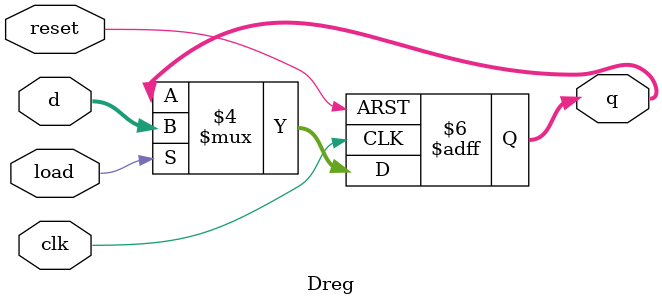
<source format=v>
module Dreg (
	input wire [3:0] d,
	input wire clk, reset, load,
	output reg [3:0] q
	);
	
	always @(posedge clk or negedge reset)
	begin
		if (!reset)		//asynchronous reset
			q <= 0;
		else if (load == 1)
			q <= d;
	end
endmodule
</source>
